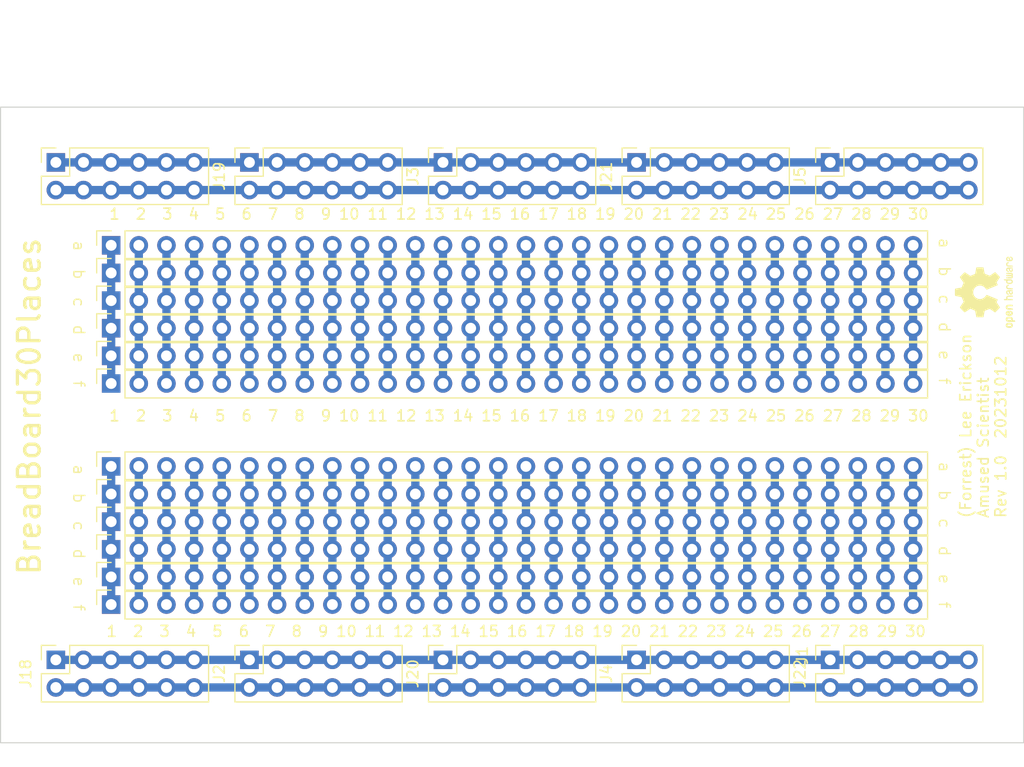
<source format=kicad_pcb>
(kicad_pcb (version 20221018) (generator pcbnew)
  (layers (0 "F.Cu" signal) (31 "B.Cu" signal) (34 "B.Paste" user) (35 "F.Paste" user) (36 "B.SilkS" user "B.Silkscreen") (37 "F.SilkS" user "F.Silkscreen") (38 "B.Mask" user) (39 "F.Mask" user) (44 "Edge.Cuts" user))
  (net 0 "")
  (net 1 "Net-(J1-Pin_1)")
  (net 2 "Net-(J1-Pin_10)")
  (net 3 "Net-(J18-Pin_1)")
  (net 4 "Net-(J18-Pin_10)")
  (net 5 "Net-(J10-Pin_1)")
  (net 6 "Net-(J10-Pin_2)")
  (net 7 "Net-(J10-Pin_3)")
  (net 8 "Net-(J10-Pin_4)")
  (net 9 "Net-(J10-Pin_5)")
  (net 10 "Net-(J10-Pin_6)")
  (net 11 "Net-(J10-Pin_7)")
  (net 12 "Net-(J10-Pin_8)")
  (net 13 "Net-(J10-Pin_9)")
  (net 14 "Net-(J10-Pin_10)")
  (net 15 "Net-(J10-Pin_11)")
  (net 16 "Net-(J10-Pin_12)")
  (net 17 "Net-(J10-Pin_13)")
  (net 18 "Net-(J10-Pin_14)")
  (net 19 "Net-(J10-Pin_15)")
  (net 20 "Net-(J10-Pin_16)")
  (net 21 "Net-(J10-Pin_17)")
  (net 22 "Net-(J10-Pin_18)")
  (net 23 "Net-(J10-Pin_19)")
  (net 24 "Net-(J10-Pin_20)")
  (net 25 "Net-(J10-Pin_21)")
  (net 26 "Net-(J10-Pin_22)")
  (net 27 "Net-(J10-Pin_23)")
  (net 28 "Net-(J10-Pin_24)")
  (net 29 "Net-(J10-Pin_25)")
  (net 30 "Net-(J10-Pin_26)")
  (net 31 "Net-(J10-Pin_27)")
  (net 32 "Net-(J10-Pin_28)")
  (net 33 "Net-(J10-Pin_29)")
  (net 34 "Net-(J10-Pin_30)")
  (net 35 "Net-(J12-Pin_1)")
  (net 36 "Net-(J12-Pin_2)")
  (net 37 "Net-(J12-Pin_3)")
  (net 38 "Net-(J12-Pin_4)")
  (net 39 "Net-(J12-Pin_5)")
  (net 40 "Net-(J12-Pin_6)")
  (net 41 "Net-(J12-Pin_7)")
  (net 42 "Net-(J12-Pin_8)")
  (net 43 "Net-(J12-Pin_9)")
  (net 44 "Net-(J12-Pin_10)")
  (net 45 "Net-(J12-Pin_11)")
  (net 46 "Net-(J12-Pin_12)")
  (net 47 "Net-(J12-Pin_13)")
  (net 48 "Net-(J12-Pin_14)")
  (net 49 "Net-(J12-Pin_15)")
  (net 50 "Net-(J12-Pin_16)")
  (net 51 "Net-(J12-Pin_17)")
  (net 52 "Net-(J12-Pin_18)")
  (net 53 "Net-(J12-Pin_19)")
  (net 54 "Net-(J12-Pin_20)")
  (net 55 "Net-(J12-Pin_21)")
  (net 56 "Net-(J12-Pin_22)")
  (net 57 "Net-(J12-Pin_23)")
  (net 58 "Net-(J12-Pin_24)")
  (net 59 "Net-(J12-Pin_25)")
  (net 60 "Net-(J12-Pin_26)")
  (net 61 "Net-(J12-Pin_27)")
  (net 62 "Net-(J12-Pin_28)")
  (net 63 "Net-(J12-Pin_29)")
  (net 64 "Net-(J12-Pin_30)")
  (footprint "Connector_PinSocket_2.54mm:PinSocket_1x30_P2.54mm_Vertical" (layer "F.Cu") (at 86.36 76.2 90)
    (fp_text reference "J9" hide)
    (fp_text value "Conn_01x30")
  )
  (footprint "Connector_PinSocket_2.54mm:PinSocket_1x30_P2.54mm_Vertical" (layer "F.Cu") (at 86.36 55.88 90)
    (fp_text reference "J15" hide)
    (fp_text value "Conn_01x30")
  )
  (footprint "Connector_PinSocket_2.54mm:PinSocket_2x06_P2.54mm_Vertical" (layer "F.Cu") (at 81.28 43.18 90)
    (fp_text reference "J1")
    (fp_text value "Conn_02x06_Odd_Even")
  )
  (footprint "Connector_PinSocket_2.54mm:PinSocket_1x30_P2.54mm_Vertical" (layer "F.Cu") (at 86.36 50.8 90)
    (fp_text reference "J17" hide)
    (fp_text value "Conn_01x30")
  )
  (footprint "Connector_PinSocket_2.54mm:PinSocket_2x06_P2.54mm_Vertical" (layer "F.Cu") (at 116.84 88.9 90)
    (fp_text reference "J20")
    (fp_text value "Conn_02x06_Odd_Even")
  )
  (footprint "Connector_PinSocket_2.54mm:PinSocket_2x06_P2.54mm_Vertical" (layer "F.Cu") (at 152.4 43.18 90)
    (fp_text reference "J5")
    (fp_text value "Conn_02x06_Odd_Even")
  )
  (footprint "Symbol:OSHW-Logo2_7.3x6mm_SilkScreen" (layer "F.Cu") (at 166.624 55.118 90)
    (fp_text reference "REF**" hide)
    (fp_text value "OSHW-Logo2_7.3x6mm_SilkScreen" hide)
  )
  (footprint "Connector_PinSocket_2.54mm:PinSocket_1x30_P2.54mm_Vertical" (layer "F.Cu") (at 86.36 78.74 90)
    (fp_text reference "J8" hide)
    (fp_text value "Conn_01x30")
  )
  (footprint "Connector_PinSocket_2.54mm:PinSocket_1x30_P2.54mm_Vertical" (layer "F.Cu") (at 86.36 60.96 90)
    (fp_text reference "J13" hide)
    (fp_text value "Conn_01x30")
  )
  (footprint "Connector_PinSocket_2.54mm:PinSocket_2x06_P2.54mm_Vertical" (layer "F.Cu") (at 134.62 88.9 90)
    (fp_text reference "J4")
    (fp_text value "Conn_02x06_Odd_Even")
  )
  (footprint "Connector_PinSocket_2.54mm:PinSocket_1x30_P2.54mm_Vertical" (layer "F.Cu") (at 86.36 83.82 90)
    (fp_text reference "J6" hide)
    (fp_text value "Conn_01x30")
  )
  (footprint "Connector_PinSocket_2.54mm:PinSocket_1x30_P2.54mm_Vertical" (layer "F.Cu") (at 86.36 73.66 90)
    (fp_text reference "J10" hide)
    (fp_text value "Conn_01x30")
  )
  (footprint "Connector_PinSocket_2.54mm:PinSocket_1x30_P2.54mm_Vertical" (layer "F.Cu") (at 86.36 63.5 90)
    (fp_text reference "J12" hide)
    (fp_text value "Conn_01x30")
  )
  (footprint "Connector_PinSocket_2.54mm:PinSocket_2x06_P2.54mm_Vertical" (layer "F.Cu") (at 81.28 88.9 90)
    (fp_text reference "J18")
    (fp_text value "Conn_02x06_Odd_Even")
  )
  (footprint "Connector_PinSocket_2.54mm:PinSocket_1x30_P2.54mm_Vertical" (layer "F.Cu") (at 86.36 71.12 90)
    (fp_text reference "J11" hide)
    (fp_text value "Conn_01x30")
  )
  (footprint "Connector_PinSocket_2.54mm:PinSocket_2x06_P2.54mm_Vertical" (layer "F.Cu") (at 116.84 43.18 90)
    (fp_text reference "J3")
    (fp_text value "Conn_02x06_Odd_Even")
  )
  (footprint "Connector_PinSocket_2.54mm:PinSocket_1x30_P2.54mm_Vertical" (layer "F.Cu") (at 86.36 53.34 90)
    (fp_text reference "J16" hide)
    (fp_text value "Conn_01x30")
  )
  (footprint "Connector_PinSocket_2.54mm:PinSocket_2x06_P2.54mm_Vertical" (layer "F.Cu") (at 152.4 88.9 90)
    (fp_text reference "J22")
    (fp_text value "Conn_02x06_Odd_Even")
  )
  (footprint "Connector_PinSocket_2.54mm:PinSocket_2x06_P2.54mm_Vertical" (layer "F.Cu") (at 99.06 43.18 90)
    (fp_text reference "J19")
    (fp_text value "Conn_02x06_Odd_Even")
  )
  (footprint "Connector_PinSocket_2.54mm:PinSocket_2x06_P2.54mm_Vertical" (layer "F.Cu") (at 134.62 43.18 90)
    (fp_text reference "J21")
    (fp_text value "Conn_02x06_Odd_Even")
  )
  (footprint "Connector_PinSocket_2.54mm:PinSocket_2x06_P2.54mm_Vertical" (layer "F.Cu") (at 99.06 88.9 90)
    (fp_text reference "J2")
    (fp_text value "Conn_02x06_Odd_Even")
  )
  (footprint "Connector_PinSocket_2.54mm:PinSocket_1x30_P2.54mm_Vertical" (layer "F.Cu") (at 86.36 81.28 90)
    (fp_text reference "J7" hide)
    (fp_text value "Conn_01x30")
  )
  (footprint "Connector_PinSocket_2.54mm:PinSocket_1x30_P2.54mm_Vertical" (layer "F.Cu") (at 86.36 58.42 90)
    (fp_text reference "J14" hide)
    (fp_text value "Conn_01x30")
  )
  (gr_rect (start 76.2 38.1) (end 170.18 96.52) (stroke (width 0.1)) (fill none) (layer "Edge.Cuts"))
  (gr_text "a  b  c  d  e  f" (at 162.306 50.038 270) (layer "F.SilkS") (effects (font (size 1.016 1.0668) (thickness 0.127)) (justify left bottom)))
  (gr_text "1  2  3  4  5  6  7  8  9 10 11 12 13 14 15 16 17 18 19 20 21 22 23 24 25 26 27 28 29 30" (at 86.106 48.514) (layer "F.SilkS") (effects (font (size 1 0.98)) (justify left bottom)))
  (gr_text "a  b  c  d  e  f" (at 162.306 70.612 270) (layer "F.SilkS") (effects (font (size 1.016 1.0668) (thickness 0.127)) (justify left bottom)))
  (gr_text "1  2  3  4  5  6  7  8  9 10 11 12 13 14 15 16 17 18 19 20 21 22 23 24 25 26 27 28 29 30" (at 85.852 86.868) (layer "F.SilkS") (effects (font (size 1 0.98)) (justify left bottom)))
  (gr_text "a  b  c  d  e  f" (at 82.804 70.866 270) (layer "F.SilkS") (effects (font (size 1.016 1.0668) (thickness 0.127)) (justify left bottom)))
  (gr_text "(Forrest) Lee Erickson\nAmused Scientist\nRev 1.0  20231012" (at 168.656 75.946 90) (layer "F.SilkS") (effects (font (size 1 1)) (justify left bottom)))
  (gr_text "BreadBoard30Places" (at 80.01 81.28 90) (layer "F.SilkS") (effects (font (size 2 2) (thickness 0.3)) (justify left bottom)))
  (gr_text "1  2  3  4  5  6  7  8  9 10 11 12 13 14 15 16 17 18 19 20 21 22 23 24 25 26 27 28 29 30" (at 86.106 67.056) (layer "F.SilkS") (effects (font (size 1 0.98)) (justify left bottom)))
  (gr_text "a  b  c  d  e  f" (at 82.804 50.292 270) (layer "F.SilkS") (effects (font (size 1.016 1.0668) (thickness 0.127)) (justify left bottom)))
  (segment (start 81.28 43.18) (end 165.1 43.18) (width 0.762) (layer "B.Cu") (net 1))
  (segment (start 81.28 45.72) (end 165.1 45.72) (width 0.762) (layer "B.Cu") (net 2))
  (segment (start 81.28 88.9) (end 165.1 88.9) (width 0.762) (layer "B.Cu") (net 3))
  (segment (start 81.28 91.44) (end 165.1 91.44) (width 0.762) (layer "B.Cu") (net 4))
  (segment (start 86.36 71.12) (end 86.36 83.82) (width 0.762) (layer "B.Cu") (net 5))
  (segment (start 88.9 71.12) (end 88.9 83.82) (width 0.762) (layer "B.Cu") (net 6))
  (segment (start 91.44 71.12) (end 91.44 83.82) (width 0.762) (layer "B.Cu") (net 7))
  (segment (start 93.98 71.12) (end 93.98 83.82) (width 0.762) (layer "B.Cu") (net 8))
  (segment (start 96.52 71.12) (end 96.52 83.82) (width 0.762) (layer "B.Cu") (net 9))
  (segment (start 99.06 71.12) (end 99.06 83.82) (width 0.762) (layer "B.Cu") (net 10))
  (segment (start 101.6 71.12) (end 101.6 83.82) (width 0.762) (layer "B.Cu") (net 11))
  (segment (start 104.14 71.12) (end 104.14 83.82) (width 0.762) (layer "B.Cu") (net 12))
  (segment (start 106.68 71.12) (end 106.68 83.82) (width 0.762) (layer "B.Cu") (net 13))
  (segment (start 109.22 71.12) (end 109.22 83.82) (width 0.762) (layer "B.Cu") (net 14))
  (segment (start 111.76 71.12) (end 111.76 83.82) (width 0.762) (layer "B.Cu") (net 15))
  (segment (start 114.3 71.12) (end 114.3 83.82) (width 0.762) (layer "B.Cu") (net 16))
  (segment (start 116.84 71.12) (end 116.84 83.82) (width 0.762) (layer "B.Cu") (net 17))
  (segment (start 119.38 71.12) (end 119.38 83.82) (width 0.762) (layer "B.Cu") (net 18))
  (segment (start 121.92 71.12) (end 121.92 83.82) (width 0.762) (layer "B.Cu") (net 19))
  (segment (start 124.46 71.12) (end 124.46 83.82) (width 0.762) (layer "B.Cu") (net 20))
  (segment (start 127 71.12) (end 127 83.82) (width 0.762) (layer "B.Cu") (net 21))
  (segment (start 129.54 71.12) (end 129.54 83.82) (width 0.762) (layer "B.Cu") (net 22))
  (segment (start 132.08 71.12) (end 132.08 83.82) (width 0.762) (layer "B.Cu") (net 23))
  (segment (start 134.62 71.12) (end 134.62 83.82) (width 0.762) (layer "B.Cu") (net 24))
  (segment (start 137.16 71.12) (end 137.16 83.82) (width 0.762) (layer "B.Cu") (net 25))
  (segment (start 139.7 83.82) (end 139.7 71.12) (width 0.762) (layer "B.Cu") (net 26))
  (segment (start 142.24 71.12) (end 142.24 83.82) (width 0.762) (layer "B.Cu") (net 27))
  (segment (start 144.78 83.82) (end 144.78 71.12) (width 0.762) (layer "B.Cu") (net 28))
  (segment (start 147.32 71.12) (end 147.32 83.82) (width 0.762) (layer "B.Cu") (net 29))
  (segment (start 149.86 83.82) (end 149.86 71.12) (width 0.762) (layer "B.Cu") (net 30))
  (segment (start 152.4 71.12) (end 152.4 83.82) (width 0.762) (layer "B.Cu") (net 31))
  (segment (start 154.94 83.82) (end 154.94 71.12) (width 0.762) (layer "B.Cu") (net 32))
  (segment (start 157.48 71.12) (end 157.48 83.82) (width 0.762) (layer "B.Cu") (net 33))
  (segment (start 160.02 83.82) (end 160.02 71.12) (width 0.762) (layer "B.Cu") (net 34))
  (segment (start 86.36 50.8) (end 86.36 63.5) (width 0.762) (layer "B.Cu") (net 35))
  (segment (start 88.9 63.5) (end 88.9 50.8) (width 0.762) (layer "B.Cu") (net 36))
  (segment (start 91.44 50.8) (end 91.44 63.5) (width 0.762) (layer "B.Cu") (net 37))
  (segment (start 93.98 63.5) (end 93.98 50.8) (width 0.762) (layer "B.Cu") (net 38))
  (segment (start 96.52 50.8) (end 96.52 63.5) (width 0.762) (layer "B.Cu") (net 39))
  (segment (start 99.06 63.5) (end 99.06 50.8) (width 0.762) (layer "B.Cu") (net 40))
  (segment (start 101.6 50.8) (end 101.6 63.5) (width 0.762) (layer "B.Cu") (net 41))
  (segment (start 104.14 63.5) (end 104.14 50.8) (width 0.762) (layer "B.Cu") (net 42))
  (segment (start 106.68 50.8) (end 106.68 63.5) (width 0.762) (layer "B.Cu") (net 43))
  (segment (start 109.22 63.5) (end 109.22 50.8) (width 0.762) (layer "B.Cu") (net 44))
  (segment (start 111.76 50.8) (end 111.76 63.5) (width 0.762) (layer "B.Cu") (net 45))
  (segment (start 114.3 63.5) (end 114.3 50.8) (width 0.762) (layer "B.Cu") (net 46))
  (segment (start 116.84 50.8) (end 116.84 63.5) (width 0.762) (layer "B.Cu") (net 47))
  (segment (start 119.38 63.5) (end 119.38 50.8) (width 0.762) (layer "B.Cu") (net 48))
  (segment (start 121.92 50.8) (end 121.92 63.5) (width 0.762) (layer "B.Cu") (net 49))
  (segment (start 124.46 63.5) (end 124.46 50.8) (width 0.762) (layer "B.Cu") (net 50))
  (segment (start 127 50.8) (end 127 63.5) (width 0.762) (layer "B.Cu") (net 51))
  (segment (start 129.54 63.5) (end 129.54 50.8) (width 0.762) (layer "B.Cu") (net 52))
  (segment (start 132.08 50.8) (end 132.08 63.5) (width 0.762) (layer "B.Cu") (net 53))
  (segment (start 134.62 63.5) (end 134.62 50.8) (width 0.762) (layer "B.Cu") (net 54))
  (segment (start 137.16 50.8) (end 137.16 63.5) (width 0.762) (layer "B.Cu") (net 55))
  (segment (start 139.7 63.5) (end 139.7 50.8) (width 0.762) (layer "B.Cu") (net 56))
  (segment (start 142.24 50.8) (end 142.24 63.5) (width 0.762) (layer "B.Cu") (net 57))
  (segment (start 144.78 63.5) (end 144.78 50.8) (width 0.762) (layer "B.Cu") (net 58))
  (segment (start 147.32 50.8) (end 147.32 63.5) (width 0.762) (layer "B.Cu") (net 59))
  (segment (start 149.86 63.5) (end 149.86 50.8) (width 0.762) (layer "B.Cu") (net 60))
  (segment (start 152.4 50.8) (end 152.4 63.5) (width 0.762) (layer "B.Cu") (net 61))
  (segment (start 154.94 63.5) (end 154.94 50.8) (width 0.762) (layer "B.Cu") (net 62))
  (segment (start 157.48 50.8) (end 157.48 63.5) (width 0.762) (layer "B.Cu") (net 63))
  (segment (start 160.02 63.5) (end 160.02 50.8) (width 0.762) (layer "B.Cu") (net 64))
)
</source>
